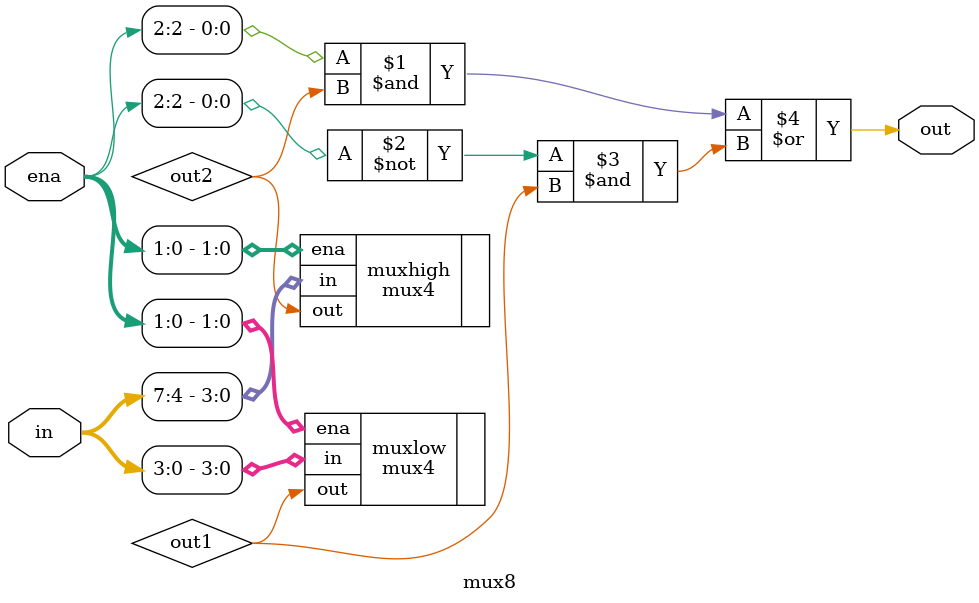
<source format=sv>
module mux8(ena, in, out);

    input wire [2:0]ena;
    input wire [7:0]in;

    wire out1;
    wire out2;

    output wire out;

    // Select from a set of 8 inputs based on a three-bit input

    mux4 muxlow(.ena(ena[1:0]), .in(in[3:0]), .out(out1));
    mux4 muxhigh(.ena(ena[1:0]), .in(in[7:4]), .out(out2));

    assign out = ((ena[2] & out2) | (~ena[2] & out1));

endmodule
</source>
